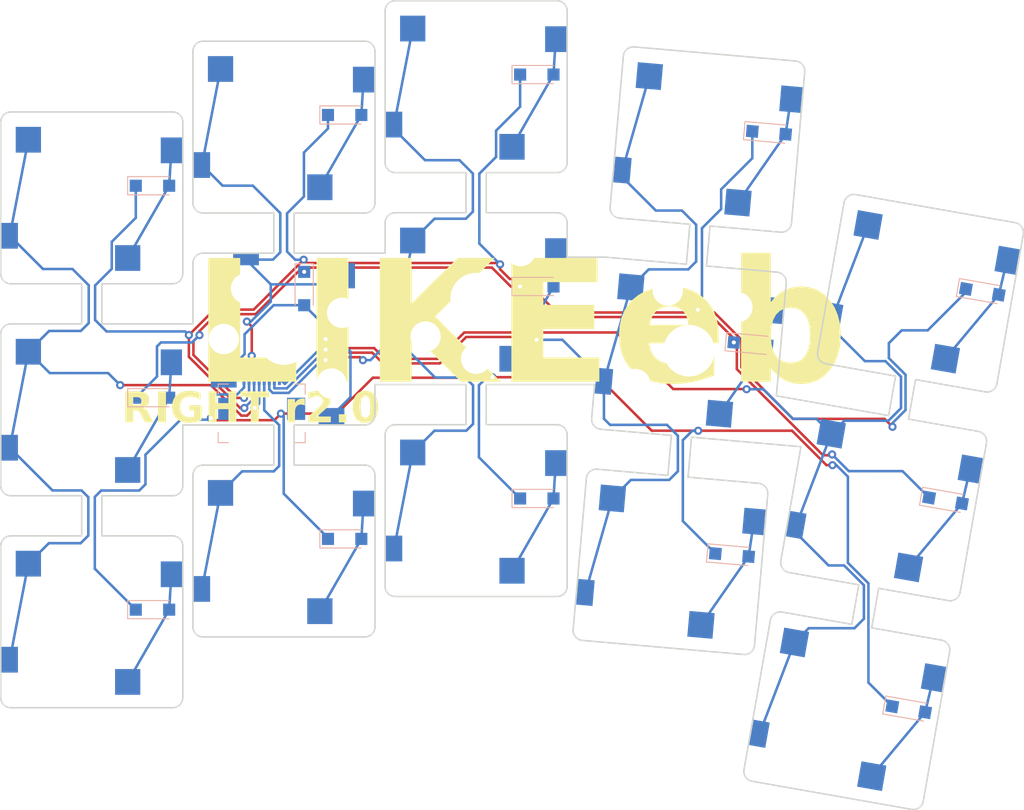
<source format=kicad_pcb>
(kicad_pcb (version 20221018) (generator pcbnew)
  (title_block (title "right") (rev "rev1.4") (company "nikservik"))
  (layers (0 "F.Cu" signal) (31 "B.Cu" signal) (34 "B.Paste" user) (35 "F.Paste" user) (36 "B.SilkS" user "B.Silkscreen") (37 "F.SilkS" user "F.Silkscreen") (38 "B.Mask" user) (39 "F.Mask" user) (44 "Edge.Cuts" user))
  (net 0 "")
  (net 1 "C10")
  (net 2 "R2")
  (net 3 "S1_s2d")
  (net 4 "R1")
  (net 5 "S2_s2d")
  (net 6 "R3")
  (net 7 "S3_s2d")
  (net 8 "C9")
  (net 9 "S4_s2d")
  (net 10 "S5_s2d")
  (net 11 "S6_s2d")
  (net 12 "C8")
  (net 13 "S7_s2d")
  (net 14 "S8_s2d")
  (net 15 "S9_s2d")
  (net 16 "C7")
  (net 17 "S10_s2d")
  (net 18 "S11_s2d")
  (net 19 "C6")
  (net 20 "S12_s2d")
  (net 21 "S13_s2d")
  (net 22 "S14_s2d")
  (net 23 "C7_R2")
  (footprint "KS33PG1353" (layer "F.Cu") (at 216.291967 83.88441 -90)
    (fp_text reference "S15" hide)
    (fp_text value "" hide)
  )
  (footprint "KS33PG1353" (layer "F.Cu") (at 254.506483 105.925158 -5)
    (fp_text reference "S6" hide)
    (fp_text value "" hide)
  )
  (footprint "KS33PG1353" (layer "F.Cu") (at 271.942532 120.651419 -10)
    (fp_text reference "S3" hide)
    (fp_text value "" hide)
  )
  (footprint "KS33PG1353" (layer "F.Cu") (at 197.291967 90.88441)
    (fp_text reference "S12" hide)
    (fp_text value "" hide)
  )
  (footprint "KS33PG1353" (layer "F.Cu") (at 216.291967 62.91441)
    (fp_text reference "S10" hide)
    (fp_text value "" hide)
  )
  (footprint "KS33PG1353" (layer "F.Cu") (at 235.291967 100.85441)
    (fp_text reference "S9" hide)
    (fp_text value "" hide)
  )
  (footprint "KS33PG1353" (layer "F.Cu") (at 235.291967 58.91441)
    (fp_text reference "S8" hide)
    (fp_text value "" hide)
  )
  (footprint "KS33PG1353" (layer "F.Cu") (at 256.33414 85.034956 -5)
    (fp_text reference "S4" hide)
    (fp_text value "" hide)
  )
  (footprint "KS33PG1353" (layer "F.Cu") (at 197.291967 69.91441)
    (fp_text reference "S13" hide)
    (fp_text value "" hide)
  )
  (footprint "KS33PG1353" (layer "F.Cu") (at 275.583934 100 -10)
    (fp_text reference "S1" hide)
    (fp_text value "" hide)
  )
  (footprint "KS33PG1353" (layer "F.Cu") (at 279.225337 79.348581 -10)
    (fp_text reference "S2" hide)
    (fp_text value "" hide)
  )
  (footprint "KS33PG1353" (layer "F.Cu") (at 197.291967 111.85441)
    (fp_text reference "S14" hide)
    (fp_text value "" hide)
  )
  (footprint "KS33PG1353" (layer "F.Cu") (at 258.161795 64.144753 -5)
    (fp_text reference "S5" hide)
    (fp_text value "" hide)
  )
  (footprint "KS33PG1353" (layer "F.Cu") (at 235.291967 79.88441)
    (fp_text reference "S7" hide)
    (fp_text value "" hide)
  )
  (footprint "KS33PG1353" (layer "F.Cu") (at 216.291967 104.85441)
    (fp_text reference "S11" hide)
    (fp_text value "" hide)
  )
  (footprint "SmdDiode" (layer "B.Cu") (at 197.291967 69.91441)
    (fp_text reference "")
    (fp_text value "")
  )
  (footprint "SmdDiode" (layer "B.Cu") (at 216.291967 104.85441)
    (fp_text reference "")
    (fp_text value "")
  )
  (footprint "SmdDiode" (layer "B.Cu") (at 197.291967 90.88441)
    (fp_text reference "")
    (fp_text value "")
  )
  (footprint "SmdDiode" (layer "B.Cu") (at 235.291967 79.88441)
    (fp_text reference "")
    (fp_text value "")
  )
  (footprint "SmdDiode" (layer "B.Cu") (at 216.291967 62.91441)
    (fp_text reference "")
    (fp_text value "")
  )
  (footprint "SmdDiode" (layer "B.Cu") (at 258.161795 64.144753 -5)
    (fp_text reference "")
    (fp_text value "")
  )
  (footprint "SmdDiode" (layer "B.Cu") (at 197.291967 111.85441)
    (fp_text reference "")
    (fp_text value "")
  )
  (footprint "SmdDiode" (layer "B.Cu") (at 256.33414 85.034956 -5)
    (fp_text reference "")
    (fp_text value "")
  )
  (footprint "SmdDiode" (layer "B.Cu") (at 218.291967 78.88441 -90)
    (fp_text reference "")
    (fp_text value "")
  )
  (footprint "SmdDiode" (layer "B.Cu") (at 279.225337 79.348581 -10)
    (fp_text reference "")
    (fp_text value "")
  )
  (footprint "SmdDiode" (layer "B.Cu") (at 271.942532 120.651419 -10)
    (fp_text reference "")
    (fp_text value "")
  )
  (footprint "HKW FPC Socket" (layer "B.Cu") (at 214.091967 90.78441 180)
    (fp_text reference "_1" hide)
    (fp_text value "" hide)
  )
  (footprint "SmdDiode" (layer "B.Cu") (at 235.291967 58.91441)
    (fp_text reference "")
    (fp_text value "")
  )
  (footprint "SmdDiode" (layer "B.Cu") (at 235.291967 100.85441)
    (fp_text reference "")
    (fp_text value "")
  )
  (footprint "SmdDiode" (layer "B.Cu") (at 254.506483 105.925158 -5)
    (fp_text reference "")
    (fp_text value "")
  )
  (footprint "SmdDiode" (layer "B.Cu") (at 275.583934 100 -10)
    (fp_text reference "")
    (fp_text value "")
  )
  (gr_line (start 196.291967 99.38441) (end 196.291967 103.35441) (stroke (width 0.15)) (layer "Edge.Cuts"))
  (gr_line (start 196.291967 82.38441) (end 189.291967 82.38441) (stroke (width 0.15)) (layer "Edge.Cuts"))
  (gr_arc (start 189.291967 78.41441) (mid 188.58486 78.121517) (end 188.291967 77.41441) (stroke (width 0.15)) (layer "Edge.Cuts"))
  (gr_line (start 189.291967 99.38441) (end 196.291967 99.38441) (stroke (width 0.15)) (layer "Edge.Cuts"))
  (gr_line (start 188.291967 62.41441) (end 188.291967 77.41441) (stroke (width 0.15)) (layer "Edge.Cuts"))
  (gr_arc (start 247.623758 92.805365) (mid 246.944869 92.451958) (end 246.714719 91.722014) (stroke (width 0.15)) (layer "Edge.Cuts"))
  (gr_line (start 226.291967 75.38441) (end 224.291967 75.38441) (stroke (width 0.15)) (layer "Edge.Cuts"))
  (gr_arc (start 271.664428 70.39969) (mid 272.075659 69.754186) (end 272.822884 69.58853) (stroke (width 0.15)) (layer "Edge.Cuts"))
  (gr_arc (start 243.291967 92.35441) (mid 243.999074 92.647303) (end 244.291967 93.35441) (stroke (width 0.15)) (layer "Edge.Cuts"))
  (gr_line (start 206.291967 98.38441) (end 206.291967 92.38441) (stroke (width 0.15)) (layer "Edge.Cuts"))
  (gr_line (start 234.291967 88.38441) (end 234.291967 92.35441) (stroke (width 0.15)) (layer "Edge.Cuts"))
  (gr_line (start 247.006722 88.38441) (end 246.714719 91.722014) (stroke (width 0.15)) (layer "Edge.Cuts"))
  (gr_line (start 208.291967 113.35441) (end 224.291967 113.35441) (stroke (width 0.15)) (layer "Edge.Cuts"))
  (gr_line (start 225.291967 70.41441) (end 225.291967 55.41441) (stroke (width 0.15)) (layer "Edge.Cuts"))
  (gr_line (start 279.503441 129.60031) (end 282.108163 114.828194) (stroke (width 0.15)) (layer "Edge.Cuts"))
  (gr_line (start 215.291967 71.41441) (end 215.291967 75.38441) (stroke (width 0.15)) (layer "Edge.Cuts"))
  (gr_arc (start 243.291967 50.41441) (mid 243.999074 50.707303) (end 244.291967 51.41441) (stroke (width 0.15)) (layer "Edge.Cuts"))
  (gr_arc (start 243.291967 71.38441) (mid 243.999074 71.677303) (end 244.291967 72.38441) (stroke (width 0.15)) (layer "Edge.Cuts"))
  (gr_arc (start 244.291967 66.41441) (mid 243.999074 67.121517) (end 243.291967 67.41441) (stroke (width 0.15)) (layer "Edge.Cuts"))
  (gr_line (start 286.786245 88.297473) (end 289.390968 73.525357) (stroke (width 0.15)) (layer "Edge.Cuts"))
  (gr_line (start 283.144843 108.948892) (end 285.749565 94.176776) (stroke (width 0.15)) (layer "Edge.Cuts"))
  (gr_line (start 217.291967 75.38441) (end 217.291967 71.41441) (stroke (width 0.15)) (layer "Edge.Cuts"))
  (gr_line (start 271.664428 70.39969) (end 269.059706 85.171806) (stroke (width 0.15)) (layer "Edge.Cuts"))
  (gr_arc (start 279.503441 129.60031) (mid 279.09221 130.245814) (end 278.344985 130.41147) (stroke (width 0.15)) (layer "Edge.Cuts"))
  (gr_line (start 262.588061 127.633099) (end 278.344985 130.41147) (stroke (width 0.15)) (layer "Edge.Cuts"))
  (gr_line (start 226.291967 93.35441) (end 226.291967 108.35441) (stroke (width 0.15)) (layer "Edge.Cuts"))
  (gr_line (start 206.291967 77.41441) (end 206.291967 62.41441) (stroke (width 0.15)) (layer "Edge.Cuts"))
  (gr_arc (start 224.291967 54.41441) (mid 224.999074 54.707303) (end 225.291967 55.41441) (stroke (width 0.15)) (layer "Edge.Cuts"))
  (gr_arc (start 207.291967 55.41441) (mid 207.58486 54.707303) (end 208.291967 54.41441) (stroke (width 0.15)) (layer "Edge.Cuts"))
  (gr_line (start 249.451414 71.915162) (end 256.424777 72.525252) (stroke (width 0.15)) (layer "Edge.Cuts"))
  (gr_line (start 236.291967 67.41441) (end 243.291967 67.41441) (stroke (width 0.15)) (layer "Edge.Cuts"))
  (gr_line (start 264.977986 89.498759) (end 265.95356 78.347897) (stroke (width 0.15)) (layer "Edge.Cuts"))
  (gr_line (start 258.071158 76.654456) (end 258.417166 72.699563) (stroke (width 0.15)) (layer "Edge.Cuts"))
  (gr_arc (start 264.381623 111.702526) (mid 264.792855 111.057022) (end 265.54008 110.891367) (stroke (width 0.15)) (layer "Edge.Cuts"))
  (gr_arc (start 188.291967 83.38441) (mid 188.58486 82.677303) (end 189.291967 82.38441) (stroke (width 0.15)) (layer "Edge.Cuts"))
  (gr_arc (start 225.291967 91.38441) (mid 224.999074 92.091517) (end 224.291967 92.38441) (stroke (width 0.15)) (layer "Edge.Cuts"))
  (gr_arc (start 208.291967 71.41441) (mid 207.58486 71.121517) (end 207.291967 70.41441) (stroke (width 0.15)) (layer "Edge.Cuts"))
  (gr_line (start 264.381624 111.702527) (end 261.776901 126.474643) (stroke (width 0.15)) (layer "Edge.Cuts"))
  (gr_line (start 225.291967 88.38441) (end 234.291967 88.38441) (stroke (width 0.15)) (layer "Edge.Cuts"))
  (gr_arc (start 208.291967 113.35441) (mid 207.58486 113.061517) (end 207.291967 112.35441) (stroke (width 0.15)) (layer "Edge.Cuts"))
  (gr_line (start 217.291967 71.41441) (end 224.291967 71.41441) (stroke (width 0.15)) (layer "Edge.Cuts"))
  (gr_line (start 206.291967 119.35441) (end 206.291967 104.35441) (stroke (width 0.15)) (layer "Edge.Cuts"))
  (gr_line (start 276.764519 87.545799) (end 276.075136 91.455486) (stroke (width 0.15)) (layer "Edge.Cuts"))
  (gr_line (start 243.291967 50.41441) (end 227.291967 50.41441) (stroke (width 0.15)) (layer "Edge.Cuts"))
  (gr_line (start 269.870865 86.330262) (end 276.764519 87.545799) (stroke (width 0.15)) (layer "Edge.Cuts"))
  (gr_arc (start 281.297004 113.669739) (mid 281.942507 114.08097) (end 282.108163 114.828194) (stroke (width 0.15)) (layer "Edge.Cuts"))
  (gr_line (start 196.291967 103.35441) (end 189.291967 103.35441) (stroke (width 0.15)) (layer "Edge.Cuts"))
  (gr_line (start 234.291967 92.35441) (end 227.291967 92.35441) (stroke (width 0.15)) (layer "Edge.Cuts"))
  (gr_arc (start 207.291967 76.38441) (mid 207.58486 75.677303) (end 208.291967 75.38441) (stroke (width 0.15)) (layer "Edge.Cuts"))
  (gr_line (start 207.291967 97.35441) (end 207.291967 112.35441) (stroke (width 0.15)) (layer "Edge.Cuts"))
  (gr_line (start 281.297004 113.669738) (end 274.403349 112.454201) (stroke (width 0.15)) (layer "Edge.Cuts"))
  (gr_line (start 205.291967 61.41441) (end 189.291967 61.41441) (stroke (width 0.15)) (layer "Edge.Cuts"))
  (gr_line (start 254.597121 93.415455) (end 254.251113 97.370348) (stroke (width 0.15)) (layer "Edge.Cuts"))
  (gr_line (start 207.291967 76.38441) (end 207.291967 82.38441) (stroke (width 0.15)) (layer "Edge.Cuts"))
  (gr_line (start 198.291967 99.38441) (end 205.291967 99.38441) (stroke (width 0.15)) (layer "Edge.Cuts"))
  (gr_line (start 217.291967 96.35441) (end 217.291967 92.38441) (stroke (width 0.15)) (layer "Edge.Cuts"))
  (gr_arc (start 226.291967 93.35441) (mid 226.58486 92.647303) (end 227.291967 92.35441) (stroke (width 0.15)) (layer "Edge.Cuts"))
  (gr_line (start 207.291967 55.41441) (end 207.291967 70.41441) (stroke (width 0.15)) (layer "Edge.Cuts"))
  (gr_line (start 224.291967 96.35441) (end 217.291967 96.35441) (stroke (width 0.15)) (layer "Edge.Cuts"))
  (gr_line (start 227.291967 67.41441) (end 234.291967 67.41441) (stroke (width 0.15)) (layer "Edge.Cuts"))
  (gr_line (start 189.291967 78.41441) (end 196.291967 78.41441) (stroke (width 0.15)) (layer "Edge.Cuts"))
  (gr_line (start 256.424777 72.525252) (end 256.078769 76.480145) (stroke (width 0.15)) (layer "Edge.Cuts"))
  (gr_line (start 262.818568 114.18102) (end 264.125904 99.2381) (stroke (width 0.15)) (layer "Edge.Cuts"))
  (gr_line (start 198.291967 103.35441) (end 198.291967 99.38441) (stroke (width 0.15)) (layer "Edge.Cuts"))
  (gr_line (start 198.291967 78.41441) (end 205.291967 78.41441) (stroke (width 0.15)) (layer "Edge.Cuts"))
  (gr_arc (start 206.291967 98.38441) (mid 205.999074 99.091517) (end 205.291967 99.38441) (stroke (width 0.15)) (layer "Edge.Cuts"))
  (gr_arc (start 249.451414 71.915162) (mid 248.772525 71.561755) (end 248.542375 70.831811) (stroke (width 0.15)) (layer "Edge.Cuts"))
  (gr_line (start 263.216865 98.154749) (end 256.243502 97.544659) (stroke (width 0.15)) (layer "Edge.Cuts"))
  (gr_line (start 244.291967 108.35441) (end 244.291967 93.35441) (stroke (width 0.15)) (layer "Edge.Cuts"))
  (gr_line (start 246.194399 97.669297) (end 244.887063 112.612217) (stroke (width 0.15)) (layer "Edge.Cuts"))
  (gr_line (start 196.291967 78.41441) (end 196.291967 82.38441) (stroke (width 0.15)) (layer "Edge.Cuts"))
  (gr_arc (start 263.216865 98.154749) (mid 263.895754 98.508156) (end 264.125904 99.2381) (stroke (width 0.15)) (layer "Edge.Cuts"))
  (gr_arc (start 188.291967 104.35441) (mid 188.58486 103.647303) (end 189.291967 103.35441) (stroke (width 0.15)) (layer "Edge.Cuts"))
  (gr_arc (start 262.818567 114.181021) (mid 262.46516 114.859909) (end 261.735217 115.090059) (stroke (width 0.15)) (layer "Edge.Cuts"))
  (gr_arc (start 225.291967 70.41441) (mid 224.999074 71.121517) (end 224.291967 71.41441) (stroke (width 0.15)) (layer "Edge.Cuts"))
  (gr_line (start 198.291967 82.38441) (end 207.291967 82.38441) (stroke (width 0.15)) (layer "Edge.Cuts"))
  (gr_line (start 254.251113 97.370348) (end 247.27775 96.760258) (stroke (width 0.15)) (layer "Edge.Cuts"))
  (gr_arc (start 189.291967 120.35441) (mid 188.58486 120.061517) (end 188.291967 119.35441) (stroke (width 0.15)) (layer "Edge.Cuts"))
  (gr_line (start 264.977986 89.498759) (end 276.075136 91.455486) (stroke (width 0.15)) (layer "Edge.Cuts"))
  (gr_arc (start 188.291967 62.41441) (mid 188.58486 61.707303) (end 189.291967 61.41441) (stroke (width 0.15)) (layer "Edge.Cuts"))
  (gr_line (start 215.291967 96.35441) (end 208.291967 96.35441) (stroke (width 0.15)) (layer "Edge.Cuts"))
  (gr_arc (start 284.938407 93.018319) (mid 285.583911 93.429551) (end 285.749566 94.176776) (stroke (width 0.15)) (layer "Edge.Cuts"))
  (gr_arc (start 266.47388 72.400615) (mid 266.120473 73.079504) (end 265.390529 73.309654) (stroke (width 0.15)) (layer "Edge.Cuts"))
  (gr_arc (start 206.291967 119.35441) (mid 205.999074 120.061517) (end 205.291967 120.35441) (stroke (width 0.15)) (layer "Edge.Cuts"))
  (gr_line (start 224.291967 75.38441) (end 217.291967 75.38441) (stroke (width 0.15)) (layer "Edge.Cuts"))
  (gr_line (start 266.47388 72.400615) (end 267.781216 57.457694) (stroke (width 0.15)) (layer "Edge.Cuts"))
  (gr_arc (start 227.291967 109.35441) (mid 226.58486 109.061517) (end 226.291967 108.35441) (stroke (width 0.15)) (layer "Edge.Cuts"))
  (gr_line (start 188.291967 83.38441) (end 188.291967 98.38441) (stroke (width 0.15)) (layer "Edge.Cuts"))
  (gr_arc (start 207.291967 97.35441) (mid 207.58486 96.647303) (end 208.291967 96.35441) (stroke (width 0.15)) (layer "Edge.Cuts"))
  (gr_line (start 275.092733 108.544514) (end 281.986387 109.760051) (stroke (width 0.15)) (layer "Edge.Cuts"))
  (gr_arc (start 225.291967 112.35441) (mid 224.999074 113.061517) (end 224.291967 113.35441) (stroke (width 0.15)) (layer "Edge.Cuts"))
  (gr_line (start 227.291967 109.35441) (end 243.291967 109.35441) (stroke (width 0.15)) (layer "Edge.Cuts"))
  (gr_arc (start 205.291967 103.35441) (mid 205.999074 103.647303) (end 206.291967 104.35441) (stroke (width 0.15)) (layer "Edge.Cuts"))
  (gr_arc (start 226.291967 72.38441) (mid 226.58486 71.677303) (end 227.291967 71.38441) (stroke (width 0.15)) (layer "Edge.Cuts"))
  (gr_line (start 278.044752 91.802782) (end 278.734135 87.893095) (stroke (width 0.15)) (layer "Edge.Cuts"))
  (gr_arc (start 249.849712 55.88889) (mid 250.203119 55.210002) (end 250.933062 54.979852) (stroke (width 0.15)) (layer "Edge.Cuts"))
  (gr_line (start 248.120297 75.783869) (end 248.120297 75.78041) (stroke (width 0.15)) (layer "Edge.Cuts"))
  (gr_line (start 224.291967 54.41441) (end 208.291967 54.41441) (stroke (width 0.15)) (layer "Edge.Cuts"))
  (gr_line (start 208.291967 71.41441) (end 215.291967 71.41441) (stroke (width 0.15)) (layer "Edge.Cuts"))
  (gr_line (start 266.229463 106.981681) (end 273.123117 108.197218) (stroke (width 0.15)) (layer "Edge.Cuts"))
  (gr_arc (start 262.588061 127.633099) (mid 261.942557 127.221868) (end 261.776901 126.474643) (stroke (width 0.15)) (layer "Edge.Cuts"))
  (gr_arc (start 224.291967 96.35441) (mid 224.999074 96.647303) (end 225.291967 97.35441) (stroke (width 0.15)) (layer "Edge.Cuts"))
  (gr_line (start 226.291967 72.38441) (end 226.291967 75.38441) (stroke (width 0.15)) (layer "Edge.Cuts"))
  (gr_line (start 243.291967 92.35441) (end 236.291967 92.35441) (stroke (width 0.15)) (layer "Edge.Cuts"))
  (gr_line (start 234.291967 67.41441) (end 234.291967 71.38441) (stroke (width 0.15)) (layer "Edge.Cuts"))
  (gr_line (start 226.291967 51.41441) (end 226.291967 66.41441) (stroke (width 0.15)) (layer "Edge.Cuts"))
  (gr_arc (start 266.229463 106.981681) (mid 265.583959 106.57045) (end 265.418303 105.823225) (stroke (width 0.15)) (layer "Edge.Cuts"))
  (gr_line (start 189.291967 120.35441) (end 205.291967 120.35441) (stroke (width 0.15)) (layer "Edge.Cuts"))
  (gr_line (start 225.291967 91.38441) (end 225.291967 88.38441) (stroke (width 0.15)) (layer "Edge.Cuts"))
  (gr_line (start 265.044521 77.264547) (end 258.071158 76.654456) (stroke (width 0.15)) (layer "Edge.Cuts"))
  (gr_line (start 244.291967 66.41441) (end 244.291967 51.41441) (stroke (width 0.15)) (layer "Edge.Cuts"))
  (gr_line (start 256.58951 93.589766) (end 267.408492 94.536304) (stroke (width 0.15)) (layer "Edge.Cuts"))
  (gr_line (start 248.120297 75.783869) (end 256.078769 76.480145) (stroke (width 0.15)) (layer "Edge.Cuts"))
  (gr_line (start 288.579808 72.366901) (end 272.822884 69.58853) (stroke (width 0.15)) (layer "Edge.Cuts"))
  (gr_line (start 273.123117 108.197218) (end 272.433734 112.106904) (stroke (width 0.15)) (layer "Edge.Cuts"))
  (gr_line (start 245.796102 113.695567) (end 261.735217 115.090059) (stroke (width 0.15)) (layer "Edge.Cuts"))
  (gr_line (start 247.623758 92.805365) (end 254.597121 93.415455) (stroke (width 0.15)) (layer "Edge.Cuts"))
  (gr_arc (start 245.796102 113.695568) (mid 245.117213 113.342161) (end 244.887063 112.612217) (stroke (width 0.15)) (layer "Edge.Cuts"))
  (gr_arc (start 288.579808 72.366901) (mid 289.225312 72.778132) (end 289.390968 73.525357) (stroke (width 0.15)) (layer "Edge.Cuts"))
  (gr_line (start 267.408492 94.536304) (end 265.418303 105.823225) (stroke (width 0.15)) (layer "Edge.Cuts"))
  (gr_line (start 198.291967 82.38441) (end 198.291967 78.41441) (stroke (width 0.15)) (layer "Edge.Cuts"))
  (gr_line (start 206.291967 92.38441) (end 215.291967 92.38441) (stroke (width 0.15)) (layer "Edge.Cuts"))
  (gr_line (start 188.291967 104.35441) (end 188.291967 119.35441) (stroke (width 0.15)) (layer "Edge.Cuts"))
  (gr_arc (start 206.291967 77.41441) (mid 205.999074 78.121517) (end 205.291967 78.41441) (stroke (width 0.15)) (layer "Edge.Cuts"))
  (gr_arc (start 226.291967 51.41441) (mid 226.58486 50.707303) (end 227.291967 50.41441) (stroke (width 0.15)) (layer "Edge.Cuts"))
  (gr_arc (start 244.291967 108.35441) (mid 243.999074 109.061517) (end 243.291967 109.35441) (stroke (width 0.15)) (layer "Edge.Cuts"))
  (gr_line (start 236.291967 71.38441) (end 236.291967 67.41441) (stroke (width 0.15)) (layer "Edge.Cuts"))
  (gr_arc (start 266.872177 56.374343) (mid 267.551066 56.72775) (end 267.781216 57.457694) (stroke (width 0.15)) (layer "Edge.Cuts"))
  (gr_line (start 234.291967 71.38441) (end 227.291967 71.38441) (stroke (width 0.15)) (layer "Edge.Cuts"))
  (gr_arc (start 246.1944 97.669296) (mid 246.547807 96.990408) (end 247.27775 96.760258) (stroke (width 0.15)) (layer "Edge.Cuts"))
  (gr_arc (start 265.044521 77.264546) (mid 265.72341 77.617953) (end 265.95356 78.347897) (stroke (width 0.15)) (layer "Edge.Cuts"))
  (gr_arc (start 269.870865 86.330262) (mid 269.225361 85.919031) (end 269.059705 85.171806) (stroke (width 0.15)) (layer "Edge.Cuts"))
  (gr_line (start 215.291967 92.38441) (end 215.291967 96.35441) (stroke (width 0.15)) (layer "Edge.Cuts"))
  (gr_line (start 243.291967 71.38441) (end 236.291967 71.38441) (stroke (width 0.15)) (layer "Edge.Cuts"))
  (gr_arc (start 205.291967 61.41441) (mid 205.999074 61.707303) (end 206.291967 62.41441) (stroke (width 0.15)) (layer "Edge.Cuts"))
  (gr_arc (start 227.291967 67.41441) (mid 226.58486 67.121517) (end 226.291967 66.41441) (stroke (width 0.15)) (layer "Edge.Cuts"))
  (gr_line (start 236.291967 88.38441) (end 247.006722 88.38441) (stroke (width 0.15)) (layer "Edge.Cuts"))
  (gr_line (start 284.938406 93.01832) (end 278.044752 91.802782) (stroke (width 0.15)) (layer "Edge.Cuts"))
  (gr_line (start 272.433734 112.106904) (end 265.54008 110.891367) (stroke (width 0.15)) (layer "Edge.Cuts"))
  (gr_line (start 215.291967 75.38441) (end 208.291967 75.38441) (stroke (width 0.15)) (layer "Edge.Cuts"))
  (gr_line (start 258.417166 72.699563) (end 265.390529 73.309654) (stroke (width 0.15)) (layer "Edge.Cuts"))
  (gr_line (start 256.243502 97.544659) (end 256.58951 93.589766) (stroke (width 0.15)) (layer "Edge.Cuts"))
  (gr_line (start 225.291967 112.35441) (end 225.291967 97.35441) (stroke (width 0.15)) (layer "Edge.Cuts"))
  (gr_line (start 266.872177 56.374344) (end 250.933062 54.979852) (stroke (width 0.15)) (layer "Edge.Cuts"))
  (gr_line (start 205.291967 103.35441) (end 198.291967 103.35441) (stroke (width 0.15)) (layer "Edge.Cuts"))
  (gr_line (start 217.291967 92.38441) (end 224.291967 92.38441) (stroke (width 0.15)) (layer "Edge.Cuts"))
  (gr_line (start 278.734135 87.893095) (end 285.627789 89.108633) (stroke (width 0.15)) (layer "Edge.Cuts"))
  (gr_line (start 248.120297 75.78041) (end 244.291967 75.78041) (stroke (width 0.15)) (layer "Edge.Cuts"))
  (gr_arc (start 286.786245 88.297473) (mid 286.375014 88.942977) (end 285.627789 89.108633) (stroke (width 0.15)) (layer "Edge.Cuts"))
  (gr_line (start 249.849711 55.888891) (end 248.542375 70.831811) (stroke (width 0.15)) (layer "Edge.Cuts"))
  (gr_arc (start 189.291967 99.38441) (mid 188.58486 99.091517) (end 188.291967 98.38441) (stroke (width 0.15)) (layer "Edge.Cuts"))
  (gr_line (start 244.291967 75.78041) (end 244.291967 72.38441) (stroke (width 0.15)) (layer "Edge.Cuts"))
  (gr_arc (start 283.144842 108.948892) (mid 282.733611 109.594395) (end 281.986387 109.760051) (stroke (width 0.15)) (layer "Edge.Cuts"))
  (gr_line (start 274.403349 112.454201) (end 275.092733 108.544514) (stroke (width 0.15)) (layer "Edge.Cuts"))
  (gr_line (start 236.291967 92.35441) (end 236.291967 88.38441) (stroke (width 0.15)) (layer "Edge.Cuts"))
  (gr_text "LIKEeb" (at 207.27 90.14) (layer "F.SilkS") (effects (font (size 12 12) (thickness 0.3) bold) (justify left bottom)))
  (gr_text "RIGHT r2.0" (at 200.22 92.63) (layer "F.SilkS") (effects (font (size 3 3) (thickness 0.3) bold) (justify left bottom)))
  (segment (start 249.18 83.23) (end 234.123604 83.23) (width 0.25) (layer "F.Cu") (net 1))
  (segment (start 254.78 88.83) (end 249.18 83.23) (width 0.25) (layer "F.Cu") (net 1))
  (segment (start 234.123604 83.23) (end 231.513604 85.84) (width 0.25) (layer "F.Cu") (net 1))
  (segment (start 262.015402 88.83) (end 254.78 88.83) (width 0.25) (layer "F.Cu") (net 1))
  (segment (start 231.513604 85.84) (end 226.27 85.84) (width 0.25) (layer "F.Cu") (net 1))
  (segment (start 262.032701 88.847299) (end 262.015402 88.83) (width 0.25) (layer "F.Cu") (net 1))
  (segment (start 226.27 85.84) (end 225.21 84.78) (width 0.25) (layer "F.Cu") (net 1))
  (segment (start 225.21 84.78) (end 221.31 84.78) (width 0.25) (layer "F.Cu") (net 1))
  (segment (start 221.31 84.78) (end 220.41 83.88) (width 0.25) (layer "F.Cu") (net 1))
  (via (at 220.41 83.88) (size 0.8) (drill 0.4) (layers "F.Cu" "B.Cu") (net 1))
  (via (at 262.032701 88.847299) (size 0.8) (drill 0.4) (layers "F.Cu" "B.Cu") (net 1))
  (segment (start 277.3 90.72) (end 276.06 91.96) (width 0.25) (layer "B.Cu") (net 1))
  (segment (start 270.14 106.28) (end 271.673604 106.28) (width 0.25) (layer "B.Cu") (net 1))
  (segment (start 263.687299 88.847299) (end 266.61 91.77) (width 0.25) (layer "B.Cu") (net 1))
  (segment (start 271.696247 91.96) (end 270.407666 93.248581) (width 0.25) (layer "B.Cu") (net 1))
  (segment (start 216.366967 88.30941) (end 215.841967 87.78441) (width 0.25) (layer "B.Cu") (net 1))
  (segment (start 273.63 108.236396) (end 273.63 111.56) (width 0.25) (layer "B.Cu") (net 1))
  (segment (start 268.929085 91.77) (end 270.407666 93.248581) (width 0.25) (layer "B.Cu") (net 1))
  (segment (start 219.688652 84.601348) (end 219.688652 85.012502) (width 0.25) (layer "B.Cu") (net 1))
  (segment (start 272.7 112.49) (end 268.176264 112.49) (width 0.25) (layer "B.Cu") (net 1))
  (segment (start 273.729373 86.07) (end 275.765897 86.07) (width 0.25) (layer "B.Cu") (net 1))
  (segment (start 274.049069 72.597163) (end 270.587365 81.633324) (width 0.25) (layer "B.Cu") (net 1))
  (segment (start 216.391743 88.30941) (end 216.366967 88.30941) (width 0.25) (layer "B.Cu") (net 1))
  (segment (start 266.945962 102.284742) (end 266.945962 103.085962) (width 0.25) (layer "B.Cu") (net 1))
  (segment (start 270.587365 81.633323) (end 270.587365 82.927992) (width 0.25) (layer "B.Cu") (net 1))
  (segment (start 276.06 91.96) (end 271.696247 91.96) (width 0.25) (layer "B.Cu") (net 1))
  (segment (start 271.673604 106.28) (end 273.63 108.236396) (width 0.25) (layer "B.Cu") (net 1))
  (segment (start 273.63 111.56) (end 272.7 112.49) (width 0.25) (layer "B.Cu") (net 1))
  (segment (start 266.945962 103.085962) (end 270.14 106.28) (width 0.25) (layer "B.Cu") (net 1))
  (segment (start 277.3 87.604103) (end 277.3 90.72) (width 0.25) (layer "B.Cu") (net 1))
  (segment (start 270.407667 93.248581) (end 266.945963 102.284742) (width 0.25) (layer "B.Cu") (net 1))
  (segment (start 275.765897 86.07) (end 277.3 87.604103) (width 0.25) (layer "B.Cu") (net 1))
  (segment (start 266.61 91.77) (end 268.929085 91.77) (width 0.25) (layer "B.Cu") (net 1))
  (segment (start 262.032701 88.847299) (end 263.687299 88.847299) (width 0.25) (layer "B.Cu") (net 1))
  (segment (start 219.688652 85.012502) (end 216.391743 88.30941) (width 0.25) (layer "B.Cu") (net 1))
  (segment (start 270.587365 82.927992) (end 273.729373 86.07) (width 0.25) (layer "B.Cu") (net 1))
  (segment (start 220.41 83.88) (end 219.688652 84.601348) (width 0.25) (layer "B.Cu") (net 1))
  (segment (start 266.766264 113.9) (end 263.304561 122.936161) (width 0.25) (layer "B.Cu") (net 1))
  (segment (start 268.176264 112.49) (end 266.766264 113.9) (width 0.25) (layer "B.Cu") (net 1))
  (segment (start 239.641967 78.68441) (end 240.058014 78.68441) (width 0.25) (layer "F.Cu") (net 2))
  (segment (start 238.72441 78.68441) (end 239.641967 78.68441) (width 0.25) (layer "F.Cu") (net 2))
  (segment (start 261.07 84.516476) (end 260.772174 84.21865) (width 0.25) (layer "F.Cu") (net 2))
  (segment (start 218.716377 76.81) (end 236.85 76.81) (width 0.25) (layer "F.Cu") (net 2))
  (segment (start 217.671986 77.23441) (end 218.291967 77.23441) (width 0.25) (layer "F.Cu") (net 2))
  (segment (start 261.07 86.86) (end 261.07 84.516476) (width 0.25) (layer "F.Cu") (net 2))
  (segment (start 240.058014 78.68441) (end 243.078604 81.705) (width 0.25) (layer "F.Cu") (net 2))
  (segment (start 260.772174 83.82857) (end 260.772174 84.21865) (width 0.25) (layer "F.Cu") (net 2))
  (segment (start 218.291967 77.23441) (end 218.716377 76.81) (width 0.25) (layer "F.Cu") (net 2))
  (segment (start 258.648604 81.705) (end 260.772174 83.82857) (width 0.25) (layer "F.Cu") (net 2))
  (segment (start 207.341093 85.454697) (end 209.426396 87.54) (width 0.25) (layer "F.Cu") (net 2))
  (segment (start 243.078604 81.705) (end 258.648604 81.705) (width 0.25) (layer "F.Cu") (net 2))
  (segment (start 270.1 95.38) (end 269.59 95.38) (width 0.25) (layer "F.Cu") (net 2))
  (segment (start 236.85 76.81) (end 238.72441 78.68441) (width 0.25) (layer "F.Cu") (net 2))
  (segment (start 270.18 95.3) (end 270.1 95.38) (width 0.25) (layer "F.Cu") (net 2))
  (segment (start 213.486396 81.42) (end 217.671986 77.23441) (width 0.25) (layer "F.Cu") (net 2))
  (segment (start 207.94 83.49) (end 207.341093 84.088907) (width 0.25) (layer "F.Cu") (net 2))
  (segment (start 209.432792 87.54) (end 211.59828 89.705488) (width 0.25) (layer "F.Cu") (net 2))
  (segment (start 209.616396 81.42) (end 213.486396 81.42) (width 0.25) (layer "F.Cu") (net 2))
  (segment (start 270.49 95.3) (end 270.18 95.3) (width 0.25) (layer "F.Cu") (net 2))
  (segment (start 207.341093 84.088907) (end 207.341093 85.454697) (width 0.25) (layer "F.Cu") (net 2))
  (segment (start 209.426396 87.54) (end 209.432792 87.54) (width 0.25) (layer "F.Cu") (net 2))
  (segment (start 207.94 83.49) (end 207.94 83.096396) (width 0.25) (layer "F.Cu") (net 2))
  (segment (start 207.94 83.096396) (end 209.616396 81.42) (width 0.25) (layer "F.Cu") (net 2))
  (segment (start 211.59828 89.705488) (end 212.345488 89.705488) (width 0.25) (layer "F.Cu") (net 2))
  (segment (start 269.59 95.38) (end 261.07 86.86) (width 0.25) (layer "F.Cu") (net 2))
  (via (at 239.641967 78.68441) (size 0.8) (drill 0.4) (layers "F.Cu" "B.Cu") (net 2))
  (via (at 260.772174 84.21865) (size 0.8) (drill 0.4) (layers "F.Cu" "B.Cu") (net 2))
  (via (at 207.94 83.49) (size 0.8) (drill 0.4) (layers "F.Cu" "B.Cu") (net 2))
  (via (at 218.291967 77.23441) (size 0.8) (drill 0.4) (layers "F.Cu" "B.Cu") (net 2))
  (via (at 270.49 95.3) (size 0.8) (drill 0.4) (layers "F.Cu" "B.Cu") (net 2))
  (via (at 212.345488 89.705488) (size 0.8) (drill 0.4) (layers "F.Cu" "B.Cu") (net 2))
  (segment (start 207.215 84.215) (end 204.135 84.215) (width 0.25) (layer "B.Cu") (net 2))
  (segment (start 277.452626 96.95) (end 280.076226 99.5736) (width 0.25) (layer "B.Cu") (net 2))
  (segment (start 212.841967 89.209009) (end 212.345488 89.705488) (width 0.25) (layer "B.Cu") (net 2))
  (segment (start 272.14 96.95) (end 277.452626 96.95) (width 0.25) (layer "B.Cu") (net 2))
  (segment (start 270.49 95.3) (end 272.14 96.95) (width 0.25) (layer "B.Cu") (net 2))
  (segment (start 204.135 84.215) (end 203.74 84.61) (width 0.25) (layer "B.Cu") (net 2))
  (segment (start 203.74 84.61) (end 203.74 87.586377) (width 0.25) (layer "B.Cu") (net 2))
  (segment (start 212.841967 87.78441) (end 212.841967 89.209009) (width 0.25) (layer "B.Cu") (net 2))
  (segment (start 203.74 87.586377) (end 201.641967 89.68441) (width 0.25) (layer "B.Cu") (net 2))
  (segment (start 207.94 83.49) (end 207.215 84.215) (width 0.25) (layer "B.Cu") (net 2))
  (segment (start 283.326091 100.146639) (end 278.046795 106.476057) (width 0.25) (layer "B.Cu") (net 3))
  (segment (start 284.150518 96.738015) (end 283.326091 100.146639) (width 0.25) (layer "B.Cu") (net 3))
  (segment (start 206.891093 85.641093) (end 206.891093 83.4905) (width 0.25) (layer "F.Cu") (net 4))
  (segment (start 239.95 77.94) (end 243.265 81.255) (width 0.25) (layer "F.Cu") (net 4))
  (segment (start 211.961042 90.704646) (end 209.246396 87.99) (width 0.25) (layer "F.Cu") (net 4))
  (segment (start 258.835 81.255) (end 257.495 81.255) (width 0.25) (layer "F.Cu") (net 4))
  (segment (start 261.52 83.94) (end 258.835 81.255) (width 0.25) (layer "F.Cu") (net 4))
  (segment (start 276.45788 92.565469) (end 275.672411 91.78) (width 0.25) (layer "F.Cu") (net 4))
  (segment (start 209.411593 80.97) (end 206.891093 83.4905) (width 0.25) (layer "F.Cu") (net 4))
  (segment (start 237.66 76.49) (end 237.66 76.983604) (width 0.25) (layer "F.Cu") (net 4))
  (segment (start 218.235092 76.034908) (end 213.3 80.97) (width 0.25) (layer "F.Cu") (net 4))
  (segment (start 237.66 76.49) (end 237.53 76.36) (width 0.25) (layer "F.Cu") (net 4))
  (segment (start 275.672411 91.78) (end 266.626396 91.78) (width 0.25) (layer "F.Cu") (net 4))
  (segment (start 218.6 76.36) (end 218.274908 76.034908) (width 0.25) (layer "F.Cu") (net 4))
  (segment (start 266.626396 91.78) (end 261.52 86.673604) (width 0.25) (layer "F.Cu") (net 4))
  (segment (start 213.3 80.97) (end 209.411593 80.97) (width 0.25) (layer "F.Cu") (net 4))
  (segment (start 237.53 76.36) (end 218.6 76.36) (width 0.25) (layer "F.Cu") (net 4))
  (segment (start 257.495 81.255) (end 257.22 80.98) (width 0.25) (layer "F.Cu") (net 4))
  (segment (start 209.24 87.99) (end 206.891093 85.641093) (width 0.25) (layer "F.Cu") (net 4))
  (segment (start 209.246396 87.99) (end 209.24 87.99) (width 0.25) (layer "F.Cu") (net 4))
  (segment (start 212.371636 90.704646) (end 211.961042 90.704646) (width 0.25) (layer "F.Cu") (net 4))
  (segment (start 256.945 81.255) (end 257.22 80.98) (width 0.25) (layer "F.Cu") (net 4))
  (segment (start 218.274908 76.034908) (end 218.235092 76.034908) (width 0.25) (layer "F.Cu") (net 4))
  (segment (start 261.52 86.673604) (end 261.52 83.94) (width 0.25) (layer "F.Cu") (net 4))
  (segment (start 238.616396 77.94) (end 239.95 77.94) (width 0.25) (layer "F.Cu") (net 4))
  (segment (start 237.66 76.983604) (end 238.616396 77.94) (width 0.25) (layer "F.Cu") (net 4))
  (segment (start 243.265 81.255) (end 256.945 81.255) (width 0.25) (layer "F.Cu") (net 4))
  (via (at 257.22 80.98) (size 0.8) (drill 0.4) (layers "F.Cu" "B.Cu") (net 4))
  (via (at 276.45788 92.565469) (size 0.8) (drill 0.4) (layers "F.Cu" "B.Cu") (net 4))
  (via (at 218.24 76.034908) (size 0.8) (drill 0.4) (layers "F.Cu" "B.Cu") (net 4))
  (via (at 206.891093 83.4905) (size 0.8) (drill 0.4) (layers "F.Cu" "B.Cu") (net 4))
  (via (at 237.66 76.49) (size 0.8) (drill 0.4) (layers "F.Cu" "B.Cu") (net 4))
  (via (at 212.371636 90.704646) (size 0.8) (drill 0.4) (layers "F.Cu" "B.Cu") (net 4))
  (segment (start 257.22 80.98) (end 257.62 80.58) (width 0.25) (layer "B.Cu") (net 4))
  (segment (start 276.45788 92.198516) (end 277.75 90.906396) (width 0.25) (layer "B.Cu") (net 4))
  (segment (start 277.75 87.417707) (end 276.1 85.767707) (width 0.25) (layer "B.Cu") (net 4))
  (segment (start 197.62 82) (end 197.62 78.58) (width 0.25) (layer "B.Cu") (net 4))
  (segment (start 198.75 83.13) (end 197.62 82) (width 0.25) (layer "B.Cu") (net 4))
  (segment (start 218.266967 65.433033) (end 220.641967 63.058033) (width 0.25) (layer "B.Cu") (net 4))
  (segment (start 259.518218 69.070172) (end 262.599829 65.988561) (width 0.25) (layer "B.Cu") (net 4))
  (segment (start 237.266967 65.863033) (end 237.266967 63.26441) (width 0.25) (layer "B.Cu") (net 4))
  (segment (start 237.266967 63.26441) (end 239.641967 60.88941) (width 0.25) (layer "B.Cu") (net 4))
  (segment (start 217.404908 76.034908) (end 216.6 75.23) (width 0.25) (layer "B.Cu") (net 4))
  (segment (start 277.37 83.02) (end 279.94 83.02) (width 0.25) (layer "B.Cu") (net 4))
  (segment (start 276.45788 92.565469) (end 276.45788 92.198516) (width 0.25) (layer "B.Cu") (net 4))
  (segment (start 276.1 85.767707) (end 276.1 84.29) (width 0.25) (layer "B.Cu") (net 4))
  (segment (start 199.266967 74.26441) (end 201.641967 71.88941) (width 0.25) (layer "B.Cu") (net 4))
  (segment (start 239.641967 60.88941) (end 239.641967 57.71441) (width 0.25) (layer "B.Cu") (net 4))
  (segment (start 235.61 74.44) (end 235.61 67.52) (width 0.25) (layer "B.Cu") (net 4))
  (segment (start 283.717629 79.242371) (end 283.717629 78.922181) (width 0.25) (layer "B.Cu") (net 4))
  (segment (start 201.641967 71.88941) (end 201.641967 68.71441) (width 0.25) (layer "B.Cu") (net 4))
  (segment (start 218.24 76.034908) (end 217.404908 76.034908) (width 0.25) (layer "B.Cu") (net 4))
  (segment (start 257.62 72.92) (end 259.518218 71.021782) (width 0.25) (layer "B.Cu") (net 4))
  (segment (start 213.341967 89.734314) (end 213.341967 87.78441) (width 0.25) (layer "B.Cu") (net 4))
  (segment (start 218.266967 69.783033) (end 218.266967 65.433033) (width 0.25) (layer "B.Cu") (net 4))
  (segment (start 257.62 80.58) (end 257.62 72.92) (width 0.25) (layer "B.Cu") (net 4))
  (segment (start 206.530593 83.13) (end 198.75 83.13) (width 0.25) (layer "B.Cu") (net 4))
  (segment (start 259.518218 71.021782) (end 259.518218 69.070172) (width 0.25) (layer "B.Cu") (net 4))
  (segment (start 276.1 84.29) (end 277.37 83.02) (width 0.25) (layer "B.Cu") (net 4))
  (segment (start 216.6 71.45) (end 218.266967 69.783033) (width 0.25) (layer "B.Cu") (net 4))
  (segment (start 237.66 76.49) (end 235.61 74.44) (width 0.25) (layer "B.Cu") (net 4))
  (segment (start 262.599829 65.988561) (end 262.599829 63.328447) (width 0.25) (layer "B.Cu") (net 4))
  (segment (start 199.266967 76.933033) (end 199.266967 74.26441) (width 0.25) (layer "B.Cu") (net 4))
  (segment (start 220.641967 63.058033) (end 220.641967 61.71441) (width 0.25) (layer "B.Cu") (net 4))
  (segment (start 279.94 83.02) (end 283.717629 79.242371) (width 0.25) (layer "B.Cu") (net 4))
  (segment (start 277.75 90.906396) (end 277.75 87.417707) (width 0.25) (layer "B.Cu") (net 4))
  (segment (start 206.891093 83.4905) (end 206.530593 83.13) (width 0.25) (layer "B.Cu") (net 4))
  (segment (start 197.62 78.58) (end 199.266967 76.933033) (width 0.25) (layer "B.Cu") (net 4))
  (segment (start 235.61 67.52) (end 237.266967 65.863033) (width 0.25) (layer "B.Cu") (net 4))
  (segment (start 216.6 75.23) (end 216.6 71.45) (width 0.25) (layer "B.Cu") (net 4))
  (segment (start 212.371636 90.704646) (end 213.341967 89.734314) (width 0.25) (layer "B.Cu") (net 4))
  (segment (start 286.967494 79.495221) (end 281.688198 85.824639) (width 0.25) (layer "B.Cu") (net 5))
  (segment (start 287.79192 76.086596) (end 286.967494 79.495221) (width 0.25) (layer "B.Cu") (net 5))
  (segment (start 266.523604 92.95) (end 269.933398 96.359794) (width 0.25) (layer "F.Cu") (net 6))
  (segment (start 236.9 87.66) (end 236.85059 87.70941) (width 0.25) (layer "F.Cu") (net 6))
  (segment (start 209.065 91.715) (end 209.26 91.91) (width 0.25) (layer "F.Cu") (net 6))
  (segment (start 247.365 87.66) (end 236.9 87.66) (width 0.25) (layer "F.Cu") (net 6))
  (segment (start 215.342465 91.91) (end 215.992465 91.26) (width 0.25) (layer "F.Cu") (net 6))
  (segment (start 257.25 92.95) (end 252.655 92.95) (width 0.25) (layer "F.Cu") (net 6))
  (segment (start 225.08059 87.70941) (end 221.53 91.26) (width 0.25) (layer "F.Cu") (net 6))
  (segment (start 252.655 92.95) (end 247.365 87.66) (width 0.25) (layer "F.Cu") (net 6))
  (segment (start 257.25 92.95) (end 266.523604 92.95) (width 0.25) (layer "F.Cu") (net 6))
  (segment (start 269.933398 96.359794) (end 270.525196 96.359794) (width 0.25) (layer "F.Cu") (net 6))
  (segment (start 236.85059 87.70941) (end 225.08059 87.70941) (width 0.25) (layer "F.Cu") (net 6))
  (segment (start 221.53 91.26) (end 215.992465 91.26) (width 0.25) (layer "F.Cu") (net 6))
  (segment (start 209.26 91.91) (end 215.342465 91.91) (width 0.25) (layer "F.Cu") (net 6))
  (via (at 270.525196 96.359794) (size 0.8) (drill 0.4) (layers "F.Cu" "B.Cu") (net 6))
  (via (at 236.9 87.66) (size 0.8) (drill 0.4) (layers "F.Cu" "B.Cu") (net 6))
  (via (at 215.992465 91.26) (size 0.8) (drill 0.4) (layers "F.Cu" "B.Cu") (net 6))
  (via (at 257.25 92.95) (size 0.8) (drill 0.4) (layers "F.Cu" "B.Cu") (net 6))
  (via (at 209.065 91.715) (size 0.8) (drill 0.4) (layers "F.Cu" "B.Cu") (net 6))
  (segment (start 198.22 98.87) (end 197.59 99.5) (width 0.25) (layer "B.Cu") (net 6))
  (segment (start 236.9 87.66) (end 236.36 87.66) (width 0.25) (layer "B.Cu") (net 6))
  (segment (start 220.641967 103.551967) (end 220.641967 103.65441) (width 0.25) (layer "B.Cu") (net 6))
  (segment (start 256.67 92.95) (end 255.73 93.89) (width 0.25) (layer "B.Cu") (net 6))
  (segment (start 209.065 91.715) (end 208.92 91.86) (width 0.25) (layer "B.Cu") (net 6))
  (segment (start 257.25 92.95) (end 256.67 92.95) (width 0.25) (layer "B.Cu") (net 6))
  (segment (start 197.59 106.602443) (end 201.641967 110.65441) (width 0.25) (layer "B.Cu") (net 6))
  (segment (start 270.525196 96.359794) (end 270.913398 96.359794) (width 0.25) (layer "B.Cu") (net 6))
  (segment (start 206.07 91.86) (end 202.6 95.33) (width 0.25) (layer "B.Cu") (net 6))
  (segment (start 211.666967 89.35941) (end 212.341967 88.68441) (width 0.25) (layer "B.Cu") (net 6))
  (segment (start 216.266967 92.206377) (end 216.27 92.20941) (width 0.25) (layer "B.Cu") (net 6))
  (segment (start 202.6 98.251377) (end 201.981377 98.87) (width 0.25) (layer "B.Cu") (net 6))
  (segment (start 272.05 97.496396) (end 272.05 106.02) (width 0.25) (layer "B.Cu") (net 6))
  (segment (start 202.6 95.33) (end 202.6 98.251377) (width 0.25) (layer "B.Cu") (net 6))
  (segment (start 236.36 87.66) (end 235.57 88.45) (width 0.25) (layer "B.Cu") (net 6))
  (segment (start 216.266967 91.534502) (end 216.266967 92.206377) (width 0.25) (layer "B.Cu") (net 6))
  (segment (start 216.27 99.18) (end 220.641967 103.551967) (width 0.25) (layer "B.Cu") (net 6))
  (segment (start 215.992465 91.26) (end 216.266967 91.534502) (width 0.25) (layer "B.Cu") (net 6))
  (segment (start 235.57 88.45) (end 235.57 95.582443) (width 0.25) (layer "B.Cu") (net 6))
  (segment (start 274.08 108.05) (end 274.08 117.870195) (width 0.25) (layer "B.Cu") (net 6))
  (segment (start 274.08 117.870195) (end 276.434824 120.225019) (width 0.25) (layer "B.Cu") (net 6))
  (segment (start 209.466967 89.35941) (end 211.666967 89.35941) (width 0.25) (layer "B.Cu") (net 6))
  (segment (start 208.92 91.86) (end 206.07 91.86) (width 0.25) (layer "B.Cu") (net 6))
  (segment (start 201.981377 98.87) (end 198.22 98.87) (width 0.25) (layer "B.Cu") (net 6))
  (segment (start 216.27 92.20941) (end 216.27 99.18) (width 0.25) (layer "B.Cu") (net 6))
  (segment (start 197.59 99.5) (end 197.59 106.602443) (width 0.25) (layer "B.Cu") (net 6))
  (segment (start 272.05 106.02) (end 274.08 108.05) (width 0.25) (layer "B.Cu") (net 6))
  (segment (start 270.913398 96.359794) (end 272.05 97.496396) (width 0.25) (layer "B.Cu") (net 6))
  (segment (start 255.73 93.89) (end 255.73 101.894335) (width 0.25) (layer "B.Cu") (net 6))
  (segment (start 209.065 89.761377) (end 209.466967 89.35941) (width 0.25) (layer "B.Cu") (net 6))
  (segment (start 235.57 95.582443) (end 239.641967 99.65441) (width 0.25) (layer "B.Cu") (net 6))
  (segment (start 209.065 91.715) (end 209.065 89.761377) (width 0.25) (layer "B.Cu") (net 6))
  (segment (start 212.341967 88.68441) (end 212.341967 87.78441) (width 0.25) (layer "B.Cu") (net 6))
  (segment (start 255.73 101.894335) (end 258.944517 105.108852) (width 0.25) (layer "B.Cu") (net 6))
  (segment (start 279.684689 120.798058) (end 274.405393 127.127476) (width 0.25) (layer "B.Cu") (net 7))
  (segment (start 280.509116 117.389433) (end 279.684689 120.798058) (width 0.25) (layer "B.Cu") (net 7))
  (segment (start 225.023604 85.23) (end 226.083604 86.29) (width 0.25) (layer "F.Cu") (net 8))
  (segment (start 220.719754 85.23) (end 225.023604 85.23) (width 0.25) (layer "F.Cu") (net 8))
  (segment (start 241.0055 83.68) (end 241.28 83.9545) (width 0.25) (layer "F.Cu") (net 8))
  (segment (start 231.7 86.29) (end 234.31 83.68) (width 0.25) (layer "F.Cu") (net 8))
  (segment (start 220.413652 84.923898) (end 220.719754 85.23) (width 0.25) (layer "F.Cu") (net 8))
  (segment (start 234.31 83.68) (end 241.0055 83.68) (width 0.25) (layer "F.Cu") (net 8))
  (segment (start 226.083604 86.29) (end 231.7 86.29) (width 0.25) (layer "F.Cu") (net 8))
  (via (at 220.413652 84.923898) (size 0.8) (drill 0.4) (layers "F.Cu" "B.Cu") (net 8))
  (via (at 241.28 83.9545) (size 0.8) (drill 0.4) (layers "F.Cu" "B.Cu") (net 8))
  (segment (start 255.64 71.17) (end 257.05 72.58) (width 0.25) (layer "B.Cu") (net 8))
  (segment (start 243.818814 83.9545) (end 247.928167 88.063853) (width 0.25) (layer "B.Cu") (net 8))
  (segment (start 253.06 71.17) (end 255.64 71.17) (width 0.25) (layer "B.Cu") (net 8))
  (segment (start 247.928167 91.762675) (end 248.535492 92.37) (width 0.25) (layer "B.Cu") (net 8))
  (segment (start 248.761488 99.650572) (end 246.10051 108.954055) (width 0.25) (layer "B.Cu") (net 8))
  (segment (start 254.38 97.82) (end 250.59206 97.82) (width 0.25) (layer "B.Cu") (net 8))
  (segment (start 215.366967 88.75941) (end 215.341967 88.73441) (width 0.25) (layer "B.Cu") (net 8))
  (segment (start 250.59206 97.82) (end 248.761488 99.650572) (width 0.25) (layer "B.Cu") (net 8))
  (segment (start 252.359515 76.99) (end 250.589145 78.76037) (width 0.25) (layer "B.Cu") (net 8))
  (segment (start 220.413652 84.923898) (end 216.57814 88.75941) (width 0.25) (layer "B.Cu") (net 8))
  (segment (start 252.4168 57.870167) (end 249.755822 67.17365) (width 0.25) (layer "B.Cu") (net 8))
  (segment (start 241.28 83.9545) (end 243.818814 83.9545) (width 0.25) (layer "B.Cu") (net 8))
  (segment (start 215.341967 88.73441) (end 215.341967 87.78441) (width 0.25) (layer "B.Cu") (net 8))
  (segment (start 255.24 93.45) (end 255.24 96.96) (width 0.25) (layer "B.Cu") (net 8))
  (segment (start 248.535492 92.37) (end 254.16 92.37) (width 0.25) (layer "B.Cu") (net 8))
  (segment (start 247.928167 88.063853) (end 247.928167 91.762675) (width 0.25) (layer "B.Cu") (net 8))
  (segment (start 257.05 72.58) (end 257.05 76.21) (width 0.25) (layer "B.Cu") (net 8))
  (segment (start 254.16 92.37) (end 255.24 93.45) (width 0.25) (layer "B.Cu") (net 8))
  (segment (start 255.24 96.96) (end 254.38 97.82) (width 0.25) (layer "B.Cu") (net 8))
  (segment (start 249.755822 67.865822) (end 253.06 71.17) (width 0.25) (layer "B.Cu") (net 8))
  (segment (start 257.05 76.21) (end 256.27 76.99) (width 0.25) (layer "B.Cu") (net 8))
  (segment (start 249.755822 67.17365) (end 249.755822 67.865822) (width 0.25) (layer "B.Cu") (net 8))
  (segment (start 250.589144 78.76037) (end 247.928167 88.063853) (width 0.25) (layer "B.Cu") (net 8))
  (segment (start 256.27 76.99) (end 252.359515 76.99) (width 0.25) (layer "B.Cu") (net 8))
  (segment (start 216.57814 88.75941) (end 215.366967 88.75941) (width 0.25) (layer "B.Cu") (net 8))
  (segment (start 264.583824 81.038756) (end 264.059616 84.506263) (width 0.25) (layer "B.Cu") (net 9))
  (segment (start 264.059616 84.506263) (end 259.352054 91.271717) (width 0.25) (layer "B.Cu") (net 9))
  (segment (start 265.887272 63.61606) (end 261.17971 70.381514) (width 0.25) (layer "B.Cu") (net 10))
  (segment (start 266.41148 60.148553) (end 265.887272 63.61606) (width 0.25) (layer "B.Cu") (net 10))
  (segment (start 262.756168 101.928959) (end 262.23196 105.396466) (width 0.25) (layer "B.Cu") (net 11))
  (segment (start 262.23196 105.396466) (end 257.524398 112.16192) (width 0.25) (layer "B.Cu") (net 11))
  (segment (start 223.81 85.68) (end 224.1 85.97) (width 0.25) (layer "F.Cu") (net 12))
  (segment (start 220.40298 85.959168) (end 220.682148 85.68) (width 0.25) (layer "F.Cu") (net 12))
  (segment (start 220.682148 85.68) (end 223.81 85.68) (width 0.25) (layer "F.Cu") (net 12))
  (via (at 220.40298 85.959168) (size 0.8) (drill 0.4) (layers "F.Cu" "B.Cu") (net 12))
  (via (at 224.1 85.97) (size 0.8) (drill 0.4) (layers "F.Cu" "B.Cu") (net 12))
  (segment (start 234.27 71.98) (end 231.176377 71.98) (width 0.25) (layer "B.Cu") (net 12))
  (segment (start 231.237557 87.69) (end 234.21 87.69) (width 0.25) (layer "B.Cu") (net 12))
  (segment (start 234.21 87.69) (end 234.99 88.47) (width 0.25) (layer "B.Cu") (net 12))
  (segment (start 216.764536 89.20941) (end 220.014778 85.959168) (width 0.25) (layer "B.Cu") (net 12))
  (segment (start 227.181967 63.12941) (end 230.24 66.187443) (width 0.25) (layer "B.Cu") (net 12))
  (segment (start 214.841967 87.78441) (end 214.841967 88.870806) (width 0.25) (layer "B.Cu") (net 12))
  (segment (start 230.24 66.187443) (end 233.647443 66.187443) (width 0.25) (layer "B.Cu") (net 12))
  (segment (start 234.32 92.95) (end 231.176377 92.95) (width 0.25) (layer "B.Cu") (net 12))
  (segment (start 234.97 67.51) (end 234.97 71.28) (width 0.25) (layer "B.Cu") (net 12))
  (segment (start 227.181967 62.66441) (end 227.181967 63.12941) (width 0.25) (layer "B.Cu") (net 12))
  (segment (start 224.1 85.97) (end 224.846377 85.97) (width 0.25) (layer "B.Cu") (net 12))
  (segment (start 233.647443 66.187443) (end 234.97 67.51) (width 0.25) (layer "B.Cu") (net 12))
  (segment (start 224.846377 85.97) (end 227.181967 83.63441) (width 0.25) (layer "B.Cu") (net 12))
  (segment (start 234.97 71.28) (end 234.27 71.98) (width 0.25) (layer "B.Cu") (net 12))
  (segment (start 234.99 92.28) (end 234.32 92.95) (width 0.25) (layer "B.Cu") (net 12))
  (segment (start 231.176377 92.95) (end 229.021967 95.10441) (width 0.25) (layer "B.Cu") (net 12))
  (segment (start 227.181967 83.63441) (end 231.237557 87.69) (width 0.25) (layer "B.Cu") (net 12))
  (segment (start 234.99 88.47) (end 234.99 92.28) (width 0.25) (layer "B.Cu") (net 12))
  (segment (start 220.014778 85.959168) (end 220.40298 85.959168) (width 0.25) (layer "B.Cu") (net 12))
  (segment (start 214.841967 88.870806) (end 215.180571 89.20941) (width 0.25) (layer "B.Cu") (net 12))
  (segment (start 231.176377 71.98) (end 229.021967 74.13441) (width 0.25) (layer "B.Cu") (net 12))
  (segment (start 229.021967 95.10441) (end 227.181967 104.60441) (width 0.25) (layer "B.Cu") (net 12))
  (segment (start 229.021967 74.13441) (end 227.181967 83.63441) (width 0.25) (layer "B.Cu") (net 12))
  (segment (start 215.180571 89.20941) (end 216.764536 89.20941) (width 0.25) (layer "B.Cu") (net 12))
  (segment (start 229.021967 53.16441) (end 227.181967 62.66441) (width 0.25) (layer "B.Cu") (net 12))
  (segment (start 242.941967 78.68441) (end 238.841967 85.83441) (width 0.25) (layer "B.Cu") (net 13))
  (segment (start 243.161967 75.18441) (end 242.941967 78.68441) (width 0.25) (layer "B.Cu") (net 13))
  (segment (start 243.161967 54.21441) (end 242.941967 57.71441) (width 0.25) (layer "B.Cu") (net 14))
  (segment (start 242.941967 57.71441) (end 238.841967 64.86441) (width 0.25) (layer "B.Cu") (net 14))
  (segment (start 243.161967 96.15441) (end 242.941967 99.65441) (width 0.25) (layer "B.Cu") (net 15))
  (segment (start 242.941967 99.65441) (end 238.841967 106.80441) (width 0.25) (layer "B.Cu") (net 15))
  (segment (start 213.11 85.535022) (end 213.10601 85.539012) (width 0.25) (layer "F.Cu") (net 16))
  (segment (start 212.627701 82.157701) (end 213.11 82.64) (width 0.25) (layer "F.Cu") (net 16))
  (segment (start 213.11 82.64) (end 213.11 85.535022) (width 0.25) (layer "F.Cu") (net 16))
  (via (at 212.627701 82.157701) (size 0.8) (drill 0.4) (layers "F.Cu" "B.Cu") (net 16))
  (via (at 213.10601 85.539012) (size 0.8) (drill 0.4) (layers "F.Cu" "B.Cu") (net 16))
  (segment (start 210.021967 99.10441) (end 212.156377 96.97) (width 0.25) (layer "B.Cu") (net 16))
  (segment (start 215.93 75.3) (end 215.93 71.42) (width 0.25) (layer "B.Cu") (net 16))
  (segment (start 214.341967 86.774969) (end 214.341967 87.78441) (width 0.25) (layer "B.Cu") (net 16))
  (segment (start 210.021967 99.10441) (end 208.181967 108.60441) (width 0.25) (layer "B.Cu") (net 16))
  (segment (start 213.22 68.71) (end 210.227557 68.71) (width 0.25) (layer "B.Cu") (net 16))
  (segment (start 214.987557 78.47) (end 221.186377 78.47) (width 0.25) (layer "B.Cu") (net 16))
  (segment (start 212.541967 76.02441) (end 215.20559 76.02441) (width 0.25) (layer "B.Cu") (net 16))
  (segment (start 221.186377 78.47) (end 222.041967 77.61441) (width 0.25) (layer "B.Cu") (net 16))
  (segment (start 212.156377 96.97) (end 215.29 96.97) (width 0.25) (layer "B.Cu") (net 16))
  (segment (start 215.20559 76.02441) (end 215.93 75.3) (width 0.25) (layer "B.Cu") (net 16))
  (segment (start 215.93 71.42) (end 213.22 68.71) (width 0.25) (layer "B.Cu") (net 16))
  (segment (start 210.021967 57.16441) (end 208.181967 66.66441) (width 0.25) (layer "B.Cu") (net 16))
  (segment (start 213.10601 85.539012) (end 214.341967 86.774969) (width 0.25) (layer "B.Cu") (net 16))
  (segment (start 210.227557 68.71) (end 208.181967 66.66441) (width 0.25) (layer "B.Cu") (net 16))
  (segment (start 215.82 96.44) (end 215.82 92.395806) (width 0.25) (layer "B.Cu") (net 16))
  (segment (start 214.987557 80.186047) (end 214.987557 78.47) (width 0.25) (layer "B.Cu") (net 16))
  (segment (start 213.015903 82.157701) (end 214.987557 80.186047) (width 0.25) (layer "B.Cu") (net 16))
  (segment (start 212.541967 76.02441) (end 214.987557 78.47) (width 0.25) (layer "B.Cu") (net 16))
  (segment (start 215.82 92.395806) (end 214.341967 90.917773) (width 0.25) (layer "B.Cu") (net 16))
  (segment (start 214.341967 90.917773) (end 214.341967 87.78441) (width 0.25) (layer "B.Cu") (net 16))
  (segment (start 215.29 96.97) (end 215.82 96.44) (width 0.25) (layer "B.Cu") (net 16))
  (segment (start 212.627701 82.157701) (end 213.015903 82.157701) (width 0.25) (layer "B.Cu") (net 16))
  (segment (start 223.941967 61.71441) (end 219.841967 68.86441) (width 0.25) (layer "B.Cu") (net 17))
  (segment (start 224.161967 58.21441) (end 223.941967 61.71441) (width 0.25) (layer "B.Cu") (net 17))
  (segment (start 224.161967 100.15441) (end 223.941967 103.65441) (width 0.25) (layer "B.Cu") (net 18))
  (segment (start 223.941967 103.65441) (end 219.841967 110.80441) (width 0.25) (layer "B.Cu") (net 18))
  (segment (start 213.409901 90.690979) (end 212.64088 91.46) (width 0.25) (layer "F.Cu") (net 19))
  (segment (start 212.64088 91.46) (end 212.08 91.46) (width 0.25) (layer "F.Cu") (net 19))
  (segment (start 209.06 88.44) (end 200.1 88.44) (width 0.25) (layer "F.Cu") (net 19))
  (segment (start 212.08 91.46) (end 209.06 88.44) (width 0.25) (layer "F.Cu") (net 19))
  (via (at 213.409901 90.690979) (size 0.8) (drill 0.4) (layers "F.Cu" "B.Cu") (net 19))
  (via (at 200.1 88.44) (size 0.8) (drill 0.4) (layers "F.Cu" "B.Cu") (net 19))
  (segment (start 191.021967 106.10441) (end 189.181967 115.60441) (width 0.25) (layer "B.Cu") (net 19))
  (segment (start 196.95 99.53) (end 196.95 103.32) (width 0.25) (layer "B.Cu") (net 19))
  (segment (start 213.841967 90.258913) (end 213.409901 90.690979) (width 0.25) (layer "B.Cu") (net 19))
  (segment (start 193.407557 98.86) (end 196.28 98.86) (width 0.25) (layer "B.Cu") (net 19))
  (segment (start 196.99 82.3) (end 196.21 83.08) (width 0.25) (layer "B.Cu") (net 19))
  (segment (start 189.181967 94.63441) (end 193.407557 98.86) (width 0.25) (layer "B.Cu") (net 19))
  (segment (start 193.046377 104.08) (end 191.021967 106.10441) (width 0.25) (layer "B.Cu") (net 19))
  (segment (start 213.841967 87.78441) (end 213.841967 90.258913) (width 0.25) (layer "B.Cu") (net 19))
  (segment (start 196.99 78.56) (end 196.99 82.3) (width 0.25) (layer "B.Cu") (net 19))
  (segment (start 198.91 87.25) (end 193.137557 87.25) (width 0.25) (layer "B.Cu") (net 19))
  (segment (start 191.021967 64.16441) (end 189.181967 73.66441) (width 0.25) (layer "B.Cu") (net 19))
  (segment (start 196.95 103.32) (end 196.19 104.08) (width 0.25) (layer "B.Cu") (net 19))
  (segment (start 196.19 104.08) (end 193.046377 104.08) (width 0.25) (layer "B.Cu") (net 19))
  (segment (start 193.137557 87.25) (end 191.021967 85.13441) (width 0.25) (layer "B.Cu") (net 19))
  (segment (start 196.28 98.86) (end 196.95 99.53) (width 0.25) (layer "B.Cu") (net 19))
  (segment (start 200.1 88.44) (end 198.91 87.25) (width 0.25) (layer "B.Cu") (net 19))
  (segment (start 196.21 83.08) (end 193.076377 83.08) (width 0.25) (layer "B.Cu") (net 19))
  (segment (start 191.021967 85.13441) (end 189.181967 94.63441) (width 0.25) (layer "B.Cu") (net 19))
  (segment (start 193.076377 83.08) (end 191.021967 85.13441) (width 0.25) (layer "B.Cu") (net 19))
  (segment (start 192.47 76.952443) (end 195.382443 76.952443) (width 0.25) (layer "B.Cu") (net 19))
  (segment (start 195.382443 76.952443) (end 196.99 78.56) (width 0.25) (layer "B.Cu") (net 19))
  (segment (start 189.181967 73.66441) (end 192.47 76.952443) (width 0.25) (layer "B.Cu") (net 19))
  (segment (start 204.941967 89.68441) (end 200.841967 96.83441) (width 0.25) (layer "B.Cu") (net 20))
  (segment (start 205.161967 86.18441) (end 204.941967 89.68441) (width 0.25) (layer "B.Cu") (net 20))
  (segment (start 205.161967 65.21441) (end 204.941967 68.71441) (width 0.25) (layer "B.Cu") (net 21))
  (segment (start 204.941967 68.71441) (end 200.841967 75.86441) (width 0.25) (layer "B.Cu") (net 21))
  (segment (start 205.161967 107.15441) (end 204.941967 110.65441) (width 0.25) (layer "B.Cu") (net 22))
  (segment (start 204.941967 110.65441) (end 200.841967 117.80441) (width 0.25) (layer "B.Cu") (net 22))
  (segment (start 212.4 85.376377) (end 212.4 83.41) (width 0.25) (layer "B.Cu") (net 23))
  (segment (start 215.27559 80.53441) (end 218.291967 80.53441) (width 0.25) (layer "B.Cu") (net 23))
  (segment (start 218.291967 80.53441) (end 222.866967 85.10941) (width 0.25) (layer "B.Cu") (net 23))
  (segment (start 212.4 83.41) (end 215.27559 80.53441) (width 0.25) (layer "B.Cu") (net 23))
  (segment (start 222.866967 89.62941) (end 220.991967 91.50441) (width 0.25) (layer "B.Cu") (net 23))
  (segment (start 210.341967 87.43441) (end 212.4 85.376377) (width 0.25) (layer "B.Cu") (net 23))
  (segment (start 222.866967 85.10941) (end 222.866967 89.62941) (width 0.25) (layer "B.Cu") (net 23))
)
</source>
